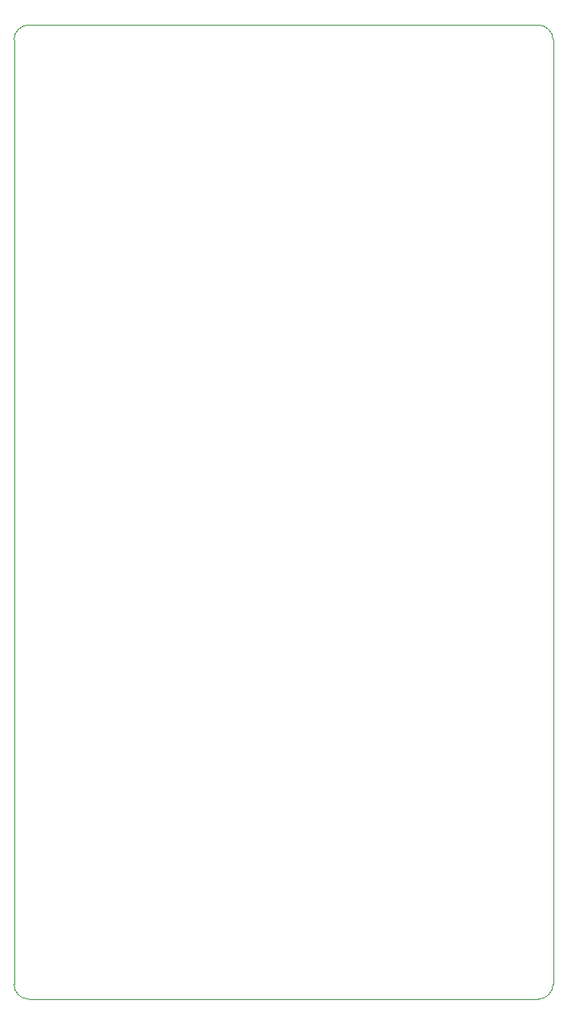
<source format=gm1>
G04 #@! TF.GenerationSoftware,KiCad,Pcbnew,(7.0.0)*
G04 #@! TF.CreationDate,2023-03-11T22:05:33-05:00*
G04 #@! TF.ProjectId,MacroPad,4d616372-6f50-4616-942e-6b696361645f,rev?*
G04 #@! TF.SameCoordinates,Original*
G04 #@! TF.FileFunction,Profile,NP*
%FSLAX46Y46*%
G04 Gerber Fmt 4.6, Leading zero omitted, Abs format (unit mm)*
G04 Created by KiCad (PCBNEW (7.0.0)) date 2023-03-11 22:05:33*
%MOMM*%
%LPD*%
G01*
G04 APERTURE LIST*
G04 #@! TA.AperFunction,Profile*
%ADD10C,0.100000*%
G04 #@! TD*
G04 APERTURE END LIST*
D10*
X191293750Y-38100000D02*
X137318750Y-38100000D01*
X192881250Y-139700000D02*
X192881250Y-39687500D01*
X137318750Y-141287500D02*
X191293750Y-141287500D01*
X135731250Y-39687500D02*
X135731250Y-139700000D01*
X137318750Y-38100000D02*
G75*
G03*
X135731250Y-39687500I0J-1587500D01*
G01*
X192881250Y-39687500D02*
G75*
G03*
X191293750Y-38100000I-1587500J0D01*
G01*
X135731250Y-139700000D02*
G75*
G03*
X137318750Y-141287500I1587500J0D01*
G01*
X191293750Y-141287500D02*
G75*
G03*
X192881250Y-139700000I0J1587500D01*
G01*
M02*

</source>
